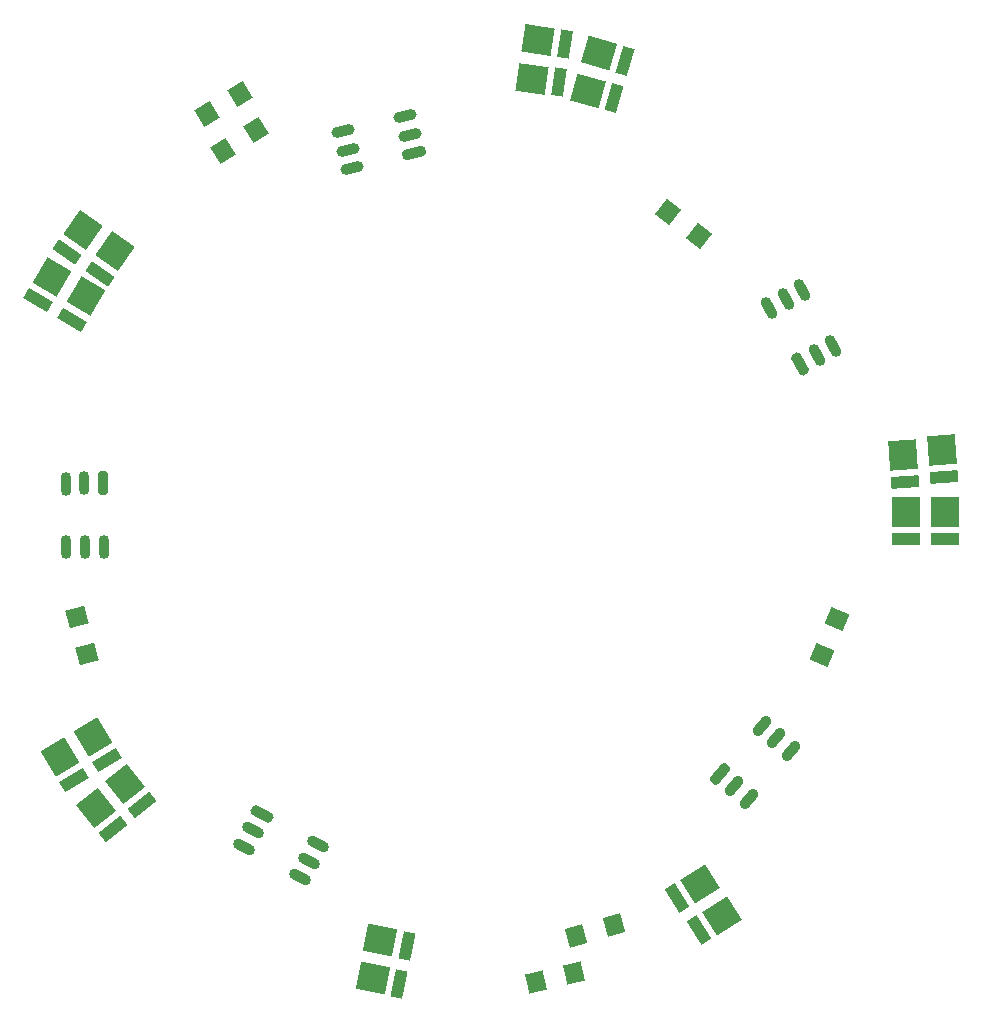
<source format=gtp>
G04*
G04 #@! TF.GenerationSoftware,Altium Limited,Altium Designer,21.0.9 (235)*
G04*
G04 Layer_Color=8421504*
%FSTAX24Y24*%
%MOIN*%
G70*
G04*
G04 #@! TF.SameCoordinates,5F115E56-97AE-4741-9C3E-E3F8848F1E5A*
G04*
G04*
G04 #@! TF.FilePolarity,Positive*
G04*
G01*
G75*
G04:AMPARAMS|DCode=14|XSize=60mil|YSize=65mil|CornerRadius=0mil|HoleSize=0mil|Usage=FLASHONLY|Rotation=195.575|XOffset=0mil|YOffset=0mil|HoleType=Round|Shape=Rectangle|*
%AMROTATEDRECTD14*
4,1,4,0.0202,0.0394,0.0376,-0.0233,-0.0202,-0.0394,-0.0376,0.0233,0.0202,0.0394,0.0*
%
%ADD14ROTATEDRECTD14*%

G04:AMPARAMS|DCode=15|XSize=60mil|YSize=65mil|CornerRadius=0mil|HoleSize=0mil|Usage=FLASHONLY|Rotation=193.000|XOffset=0mil|YOffset=0mil|HoleType=Round|Shape=Rectangle|*
%AMROTATEDRECTD15*
4,1,4,0.0219,0.0384,0.0365,-0.0249,-0.0219,-0.0384,-0.0365,0.0249,0.0219,0.0384,0.0*
%
%ADD15ROTATEDRECTD15*%

G04:AMPARAMS|DCode=16|XSize=78.7mil|YSize=35.4mil|CornerRadius=0mil|HoleSize=0mil|Usage=FLASHONLY|Rotation=331.572|XOffset=0mil|YOffset=0mil|HoleType=Round|Shape=Octagon|*
%AMOCTAGOND16*
4,1,8,0.0304,-0.0265,0.0388,-0.0110,0.0353,0.0011,-0.0184,0.0301,-0.0304,0.0265,-0.0388,0.0110,-0.0353,-0.0011,0.0184,-0.0301,0.0304,-0.0265,0.0*
%
%ADD16OCTAGOND16*%

G04:AMPARAMS|DCode=17|XSize=78.7mil|YSize=35.4mil|CornerRadius=0mil|HoleSize=0mil|Usage=FLASHONLY|Rotation=331.572|XOffset=0mil|YOffset=0mil|HoleType=Round|Shape=Round|*
%AMOVALD17*
21,1,0.0433,0.0354,0.0000,0.0000,331.6*
1,1,0.0354,-0.0190,0.0103*
1,1,0.0354,0.0190,-0.0103*
%
%ADD17OVALD17*%

G04:AMPARAMS|DCode=18|XSize=98.4mil|YSize=92.5mil|CornerRadius=0mil|HoleSize=0mil|Usage=FLASHONLY|Rotation=168.500|XOffset=0mil|YOffset=0mil|HoleType=Round|Shape=Rectangle|*
%AMROTATEDRECTD18*
4,1,4,0.0574,0.0355,0.0390,-0.0551,-0.0574,-0.0355,-0.0390,0.0551,0.0574,0.0355,0.0*
%
%ADD18ROTATEDRECTD18*%

G04:AMPARAMS|DCode=19|XSize=92.5mil|YSize=39.4mil|CornerRadius=0mil|HoleSize=0mil|Usage=FLASHONLY|Rotation=78.500|XOffset=0mil|YOffset=0mil|HoleType=Round|Shape=Rectangle|*
%AMROTATEDRECTD19*
4,1,4,0.0101,-0.0493,-0.0285,-0.0414,-0.0101,0.0493,0.0285,0.0414,0.0101,-0.0493,0.0*
%
%ADD19ROTATEDRECTD19*%

G04:AMPARAMS|DCode=20|XSize=98.4mil|YSize=92.5mil|CornerRadius=0mil|HoleSize=0mil|Usage=FLASHONLY|Rotation=168.500|XOffset=0mil|YOffset=0mil|HoleType=Round|Shape=Rectangle|*
%AMROTATEDRECTD20*
4,1,4,0.0574,0.0355,0.0390,-0.0551,-0.0574,-0.0355,-0.0390,0.0551,0.0574,0.0355,0.0*
%
%ADD20ROTATEDRECTD20*%

G04:AMPARAMS|DCode=21|XSize=92.5mil|YSize=39.4mil|CornerRadius=0mil|HoleSize=0mil|Usage=FLASHONLY|Rotation=78.500|XOffset=0mil|YOffset=0mil|HoleType=Round|Shape=Rectangle|*
%AMROTATEDRECTD21*
4,1,4,0.0101,-0.0493,-0.0285,-0.0414,-0.0101,0.0493,0.0285,0.0414,0.0101,-0.0493,0.0*
%
%ADD21ROTATEDRECTD21*%

G04:AMPARAMS|DCode=22|XSize=98.4mil|YSize=92.5mil|CornerRadius=0mil|HoleSize=0mil|Usage=FLASHONLY|Rotation=55.099|XOffset=0mil|YOffset=0mil|HoleType=Round|Shape=Rectangle|*
%AMROTATEDRECTD22*
4,1,4,0.0098,-0.0668,-0.0661,-0.0139,-0.0098,0.0668,0.0661,0.0139,0.0098,-0.0668,0.0*
%
%ADD22ROTATEDRECTD22*%

G04:AMPARAMS|DCode=23|XSize=92.5mil|YSize=39.4mil|CornerRadius=0mil|HoleSize=0mil|Usage=FLASHONLY|Rotation=325.099|XOffset=0mil|YOffset=0mil|HoleType=Round|Shape=Rectangle|*
%AMROTATEDRECTD23*
4,1,4,-0.0492,0.0103,-0.0267,0.0426,0.0492,-0.0103,0.0267,-0.0426,-0.0492,0.0103,0.0*
%
%ADD23ROTATEDRECTD23*%

G04:AMPARAMS|DCode=24|XSize=98.4mil|YSize=92.5mil|CornerRadius=0mil|HoleSize=0mil|Usage=FLASHONLY|Rotation=55.139|XOffset=0mil|YOffset=0mil|HoleType=Round|Shape=Rectangle|*
%AMROTATEDRECTD24*
4,1,4,0.0098,-0.0668,-0.0661,-0.0139,-0.0098,0.0668,0.0661,0.0139,0.0098,-0.0668,0.0*
%
%ADD24ROTATEDRECTD24*%

G04:AMPARAMS|DCode=25|XSize=92.5mil|YSize=39.4mil|CornerRadius=0mil|HoleSize=0mil|Usage=FLASHONLY|Rotation=325.139|XOffset=0mil|YOffset=0mil|HoleType=Round|Shape=Rectangle|*
%AMROTATEDRECTD25*
4,1,4,-0.0492,0.0103,-0.0267,0.0426,0.0492,-0.0103,0.0267,-0.0426,-0.0492,0.0103,0.0*
%
%ADD25ROTATEDRECTD25*%

G04:AMPARAMS|DCode=26|XSize=98.4mil|YSize=92.5mil|CornerRadius=0mil|HoleSize=0mil|Usage=FLASHONLY|Rotation=171.031|XOffset=0mil|YOffset=0mil|HoleType=Round|Shape=Rectangle|*
%AMROTATEDRECTD26*
4,1,4,0.0558,0.0380,0.0414,-0.0534,-0.0558,-0.0380,-0.0414,0.0534,0.0558,0.0380,0.0*
%
%ADD26ROTATEDRECTD26*%

G04:AMPARAMS|DCode=27|XSize=92.5mil|YSize=39.4mil|CornerRadius=0mil|HoleSize=0mil|Usage=FLASHONLY|Rotation=81.031|XOffset=0mil|YOffset=0mil|HoleType=Round|Shape=Rectangle|*
%AMROTATEDRECTD27*
4,1,4,0.0122,-0.0488,-0.0267,-0.0426,-0.0122,0.0488,0.0267,0.0426,0.0122,-0.0488,0.0*
%
%ADD27ROTATEDRECTD27*%

G04:AMPARAMS|DCode=28|XSize=98.4mil|YSize=92.5mil|CornerRadius=0mil|HoleSize=0mil|Usage=FLASHONLY|Rotation=163.543|XOffset=0mil|YOffset=0mil|HoleType=Round|Shape=Rectangle|*
%AMROTATEDRECTD28*
4,1,4,0.0603,0.0304,0.0341,-0.0583,-0.0603,-0.0304,-0.0341,0.0583,0.0603,0.0304,0.0*
%
%ADD28ROTATEDRECTD28*%

G04:AMPARAMS|DCode=29|XSize=92.5mil|YSize=39.4mil|CornerRadius=0mil|HoleSize=0mil|Usage=FLASHONLY|Rotation=73.543|XOffset=0mil|YOffset=0mil|HoleType=Round|Shape=Rectangle|*
%AMROTATEDRECTD29*
4,1,4,0.0058,-0.0499,-0.0320,-0.0388,-0.0058,0.0499,0.0320,0.0388,0.0058,-0.0499,0.0*
%
%ADD29ROTATEDRECTD29*%

G04:AMPARAMS|DCode=30|XSize=98.4mil|YSize=92.5mil|CornerRadius=0mil|HoleSize=0mil|Usage=FLASHONLY|Rotation=164.469|XOffset=0mil|YOffset=0mil|HoleType=Round|Shape=Rectangle|*
%AMROTATEDRECTD30*
4,1,4,0.0598,0.0314,0.0350,-0.0577,-0.0598,-0.0314,-0.0350,0.0577,0.0598,0.0314,0.0*
%
%ADD30ROTATEDRECTD30*%

G04:AMPARAMS|DCode=31|XSize=92.5mil|YSize=39.4mil|CornerRadius=0mil|HoleSize=0mil|Usage=FLASHONLY|Rotation=74.469|XOffset=0mil|YOffset=0mil|HoleType=Round|Shape=Rectangle|*
%AMROTATEDRECTD31*
4,1,4,0.0066,-0.0498,-0.0314,-0.0393,-0.0066,0.0498,0.0314,0.0393,0.0066,-0.0498,0.0*
%
%ADD31ROTATEDRECTD31*%

G04:AMPARAMS|DCode=32|XSize=98.4mil|YSize=92.5mil|CornerRadius=0mil|HoleSize=0mil|Usage=FLASHONLY|Rotation=171.969|XOffset=0mil|YOffset=0mil|HoleType=Round|Shape=Rectangle|*
%AMROTATEDRECTD32*
4,1,4,0.0552,0.0389,0.0423,-0.0527,-0.0552,-0.0389,-0.0423,0.0527,0.0552,0.0389,0.0*
%
%ADD32ROTATEDRECTD32*%

G04:AMPARAMS|DCode=33|XSize=92.5mil|YSize=39.4mil|CornerRadius=0mil|HoleSize=0mil|Usage=FLASHONLY|Rotation=81.969|XOffset=0mil|YOffset=0mil|HoleType=Round|Shape=Rectangle|*
%AMROTATEDRECTD33*
4,1,4,0.0130,-0.0486,-0.0260,-0.0431,-0.0130,0.0486,0.0260,0.0431,0.0130,-0.0486,0.0*
%
%ADD33ROTATEDRECTD33*%

G04:AMPARAMS|DCode=34|XSize=98.4mil|YSize=92.5mil|CornerRadius=0mil|HoleSize=0mil|Usage=FLASHONLY|Rotation=128.500|XOffset=0mil|YOffset=0mil|HoleType=Round|Shape=Rectangle|*
%AMROTATEDRECTD34*
4,1,4,0.0668,-0.0097,-0.0056,-0.0673,-0.0668,0.0097,0.0056,0.0673,0.0668,-0.0097,0.0*
%
%ADD34ROTATEDRECTD34*%

G04:AMPARAMS|DCode=35|XSize=92.5mil|YSize=39.4mil|CornerRadius=0mil|HoleSize=0mil|Usage=FLASHONLY|Rotation=38.500|XOffset=0mil|YOffset=0mil|HoleType=Round|Shape=Rectangle|*
%AMROTATEDRECTD35*
4,1,4,-0.0239,-0.0442,-0.0485,-0.0134,0.0239,0.0442,0.0485,0.0134,-0.0239,-0.0442,0.0*
%
%ADD35ROTATEDRECTD35*%

G04:AMPARAMS|DCode=36|XSize=78.7mil|YSize=35.4mil|CornerRadius=0mil|HoleSize=0mil|Usage=FLASHONLY|Rotation=270.500|XOffset=0mil|YOffset=0mil|HoleType=Round|Shape=Round|*
%AMOVALD36*
21,1,0.0433,0.0354,0.0000,0.0000,270.5*
1,1,0.0354,-0.0002,0.0217*
1,1,0.0354,0.0002,-0.0217*
%
%ADD36OVALD36*%

G04:AMPARAMS|DCode=37|XSize=78.7mil|YSize=35.4mil|CornerRadius=0mil|HoleSize=0mil|Usage=FLASHONLY|Rotation=270.500|XOffset=0mil|YOffset=0mil|HoleType=Round|Shape=Octagon|*
%AMOCTAGOND37*
4,1,8,-0.0085,-0.0394,0.0092,-0.0393,0.0180,-0.0304,0.0175,0.0307,0.0085,0.0394,-0.0092,0.0393,-0.0180,0.0304,-0.0175,-0.0307,-0.0085,-0.0394,0.0*
%
%ADD37OCTAGOND37*%

G04:AMPARAMS|DCode=38|XSize=78.7mil|YSize=35.4mil|CornerRadius=0mil|HoleSize=0mil|Usage=FLASHONLY|Rotation=49.018|XOffset=0mil|YOffset=0mil|HoleType=Round|Shape=Round|*
%AMOVALD38*
21,1,0.0433,0.0354,0.0000,0.0000,49.0*
1,1,0.0354,-0.0142,-0.0163*
1,1,0.0354,0.0142,0.0163*
%
%ADD38OVALD38*%

G04:AMPARAMS|DCode=39|XSize=78.7mil|YSize=35.4mil|CornerRadius=0mil|HoleSize=0mil|Usage=FLASHONLY|Rotation=49.018|XOffset=0mil|YOffset=0mil|HoleType=Round|Shape=Octagon|*
%AMOCTAGOND39*
4,1,8,0.0325,0.0239,0.0191,0.0355,0.0066,0.0347,-0.0334,-0.0114,-0.0325,-0.0239,-0.0191,-0.0355,-0.0066,-0.0347,0.0334,0.0114,0.0325,0.0239,0.0*
%
%ADD39OCTAGOND39*%

G04:AMPARAMS|DCode=40|XSize=78.7mil|YSize=35.4mil|CornerRadius=0mil|HoleSize=0mil|Usage=FLASHONLY|Rotation=119.000|XOffset=0mil|YOffset=0mil|HoleType=Round|Shape=Round|*
%AMOVALD40*
21,1,0.0433,0.0354,0.0000,0.0000,119.0*
1,1,0.0354,0.0105,-0.0189*
1,1,0.0354,-0.0105,0.0189*
%
%ADD40OVALD40*%

G04:AMPARAMS|DCode=41|XSize=78.7mil|YSize=35.4mil|CornerRadius=0mil|HoleSize=0mil|Usage=FLASHONLY|Rotation=119.000|XOffset=0mil|YOffset=0mil|HoleType=Round|Shape=Octagon|*
%AMOCTAGOND41*
4,1,8,-0.0113,0.0387,-0.0268,0.0301,-0.0303,0.0181,-0.0007,-0.0353,0.0113,-0.0387,0.0268,-0.0301,0.0303,-0.0181,0.0007,0.0353,-0.0113,0.0387,0.0*
%
%ADD41OCTAGOND41*%

G04:AMPARAMS|DCode=42|XSize=78.7mil|YSize=35.4mil|CornerRadius=0mil|HoleSize=0mil|Usage=FLASHONLY|Rotation=193.444|XOffset=0mil|YOffset=0mil|HoleType=Round|Shape=Round|*
%AMOVALD42*
21,1,0.0433,0.0354,0.0000,0.0000,193.4*
1,1,0.0354,0.0211,0.0050*
1,1,0.0354,-0.0211,-0.0050*
%
%ADD42OVALD42*%

G04:AMPARAMS|DCode=43|XSize=78.7mil|YSize=35.4mil|CornerRadius=0mil|HoleSize=0mil|Usage=FLASHONLY|Rotation=193.444|XOffset=0mil|YOffset=0mil|HoleType=Round|Shape=Octagon|*
%AMOCTAGOND43*
4,1,8,-0.0404,-0.0005,-0.0362,-0.0178,-0.0256,-0.0243,0.0338,-0.0101,0.0404,0.0005,0.0362,0.0178,0.0256,0.0243,-0.0338,0.0101,-0.0404,-0.0005,0.0*
%
%ADD43OCTAGOND43*%

G04:AMPARAMS|DCode=44|XSize=60mil|YSize=65mil|CornerRadius=0mil|HoleSize=0mil|Usage=FLASHONLY|Rotation=285.000|XOffset=0mil|YOffset=0mil|HoleType=Round|Shape=Rectangle|*
%AMROTATEDRECTD44*
4,1,4,-0.0392,0.0206,0.0236,0.0374,0.0392,-0.0206,-0.0236,-0.0374,-0.0392,0.0206,0.0*
%
%ADD44ROTATEDRECTD44*%

G04:AMPARAMS|DCode=45|XSize=60mil|YSize=65mil|CornerRadius=0mil|HoleSize=0mil|Usage=FLASHONLY|Rotation=68.000|XOffset=0mil|YOffset=0mil|HoleType=Round|Shape=Rectangle|*
%AMROTATEDRECTD45*
4,1,4,0.0189,-0.0400,-0.0414,-0.0156,-0.0189,0.0400,0.0414,0.0156,0.0189,-0.0400,0.0*
%
%ADD45ROTATEDRECTD45*%

G04:AMPARAMS|DCode=46|XSize=60mil|YSize=65mil|CornerRadius=0mil|HoleSize=0mil|Usage=FLASHONLY|Rotation=141.810|XOffset=0mil|YOffset=0mil|HoleType=Round|Shape=Rectangle|*
%AMROTATEDRECTD46*
4,1,4,0.0437,0.0070,0.0035,-0.0441,-0.0437,-0.0070,-0.0035,0.0441,0.0437,0.0070,0.0*
%
%ADD46ROTATEDRECTD46*%

G04:AMPARAMS|DCode=47|XSize=98.4mil|YSize=92.5mil|CornerRadius=0mil|HoleSize=0mil|Usage=FLASHONLY|Rotation=59.385|XOffset=0mil|YOffset=0mil|HoleType=Round|Shape=Rectangle|*
%AMROTATEDRECTD47*
4,1,4,0.0147,-0.0659,-0.0649,-0.0188,-0.0147,0.0659,0.0649,0.0188,0.0147,-0.0659,0.0*
%
%ADD47ROTATEDRECTD47*%

G04:AMPARAMS|DCode=48|XSize=92.5mil|YSize=39.4mil|CornerRadius=0mil|HoleSize=0mil|Usage=FLASHONLY|Rotation=329.385|XOffset=0mil|YOffset=0mil|HoleType=Round|Shape=Rectangle|*
%AMROTATEDRECTD48*
4,1,4,-0.0498,0.0066,-0.0298,0.0405,0.0498,-0.0066,0.0298,-0.0405,-0.0498,0.0066,0.0*
%
%ADD48ROTATEDRECTD48*%

G04:AMPARAMS|DCode=49|XSize=98.4mil|YSize=92.5mil|CornerRadius=0mil|HoleSize=0mil|Usage=FLASHONLY|Rotation=121.000|XOffset=0mil|YOffset=0mil|HoleType=Round|Shape=Rectangle|*
%AMROTATEDRECTD49*
4,1,4,0.0650,-0.0184,-0.0143,-0.0660,-0.0650,0.0184,0.0143,0.0660,0.0650,-0.0184,0.0*
%
%ADD49ROTATEDRECTD49*%

G04:AMPARAMS|DCode=50|XSize=92.5mil|YSize=39.4mil|CornerRadius=0mil|HoleSize=0mil|Usage=FLASHONLY|Rotation=31.000|XOffset=0mil|YOffset=0mil|HoleType=Round|Shape=Rectangle|*
%AMROTATEDRECTD50*
4,1,4,-0.0295,-0.0407,-0.0498,-0.0070,0.0295,0.0407,0.0498,0.0070,-0.0295,-0.0407,0.0*
%
%ADD50ROTATEDRECTD50*%

G04:AMPARAMS|DCode=51|XSize=60mil|YSize=65mil|CornerRadius=0mil|HoleSize=0mil|Usage=FLASHONLY|Rotation=212.241|XOffset=0mil|YOffset=0mil|HoleType=Round|Shape=Rectangle|*
%AMROTATEDRECTD51*
4,1,4,0.0080,0.0435,0.0427,-0.0115,-0.0080,-0.0435,-0.0427,0.0115,0.0080,0.0435,0.0*
%
%ADD51ROTATEDRECTD51*%

G04:AMPARAMS|DCode=52|XSize=98.4mil|YSize=92.5mil|CornerRadius=0mil|HoleSize=0mil|Usage=FLASHONLY|Rotation=93.854|XOffset=0mil|YOffset=0mil|HoleType=Round|Shape=Rectangle|*
%AMROTATEDRECTD52*
4,1,4,0.0495,-0.0460,-0.0428,-0.0522,-0.0495,0.0460,0.0428,0.0522,0.0495,-0.0460,0.0*
%
%ADD52ROTATEDRECTD52*%

G04:AMPARAMS|DCode=53|XSize=92.5mil|YSize=39.4mil|CornerRadius=0mil|HoleSize=0mil|Usage=FLASHONLY|Rotation=3.854|XOffset=0mil|YOffset=0mil|HoleType=Round|Shape=Rectangle|*
%AMROTATEDRECTD53*
4,1,4,-0.0448,-0.0228,-0.0475,0.0165,0.0448,0.0228,0.0475,-0.0165,-0.0448,-0.0228,0.0*
%
%ADD53ROTATEDRECTD53*%

G04:AMPARAMS|DCode=54|XSize=98.4mil|YSize=92.5mil|CornerRadius=0mil|HoleSize=0mil|Usage=FLASHONLY|Rotation=90.956|XOffset=0mil|YOffset=0mil|HoleType=Round|Shape=Rectangle|*
%AMROTATEDRECTD54*
4,1,4,0.0471,-0.0484,-0.0454,-0.0500,-0.0471,0.0484,0.0454,0.0500,0.0471,-0.0484,0.0*
%
%ADD54ROTATEDRECTD54*%

G04:AMPARAMS|DCode=55|XSize=92.5mil|YSize=39.4mil|CornerRadius=0mil|HoleSize=0mil|Usage=FLASHONLY|Rotation=0.956|XOffset=0mil|YOffset=0mil|HoleType=Round|Shape=Rectangle|*
%AMROTATEDRECTD55*
4,1,4,-0.0459,-0.0205,-0.0466,0.0189,0.0459,0.0205,0.0466,-0.0189,-0.0459,-0.0205,0.0*
%
%ADD55ROTATEDRECTD55*%

G04:AMPARAMS|DCode=56|XSize=98.4mil|YSize=92.5mil|CornerRadius=0mil|HoleSize=0mil|Usage=FLASHONLY|Rotation=32.085|XOffset=0mil|YOffset=0mil|HoleType=Round|Shape=Rectangle|*
%AMROTATEDRECTD56*
4,1,4,-0.0171,-0.0653,-0.0663,0.0131,0.0171,0.0653,0.0663,-0.0131,-0.0171,-0.0653,0.0*
%
%ADD56ROTATEDRECTD56*%

G04:AMPARAMS|DCode=57|XSize=92.5mil|YSize=39.4mil|CornerRadius=0mil|HoleSize=0mil|Usage=FLASHONLY|Rotation=302.085|XOffset=0mil|YOffset=0mil|HoleType=Round|Shape=Rectangle|*
%AMROTATEDRECTD57*
4,1,4,-0.0413,0.0287,-0.0079,0.0497,0.0413,-0.0287,0.0079,-0.0497,-0.0413,0.0287,0.0*
%
%ADD57ROTATEDRECTD57*%

G04:AMPARAMS|DCode=58|XSize=98.4mil|YSize=92.5mil|CornerRadius=0mil|HoleSize=0mil|Usage=FLASHONLY|Rotation=59.482|XOffset=0mil|YOffset=0mil|HoleType=Round|Shape=Rectangle|*
%AMROTATEDRECTD58*
4,1,4,0.0149,-0.0659,-0.0648,-0.0189,-0.0149,0.0659,0.0648,0.0189,0.0149,-0.0659,0.0*
%
%ADD58ROTATEDRECTD58*%

G04:AMPARAMS|DCode=59|XSize=92.5mil|YSize=39.4mil|CornerRadius=0mil|HoleSize=0mil|Usage=FLASHONLY|Rotation=329.482|XOffset=0mil|YOffset=0mil|HoleType=Round|Shape=Rectangle|*
%AMROTATEDRECTD59*
4,1,4,-0.0498,0.0065,-0.0299,0.0404,0.0498,-0.0065,0.0299,-0.0404,-0.0498,0.0065,0.0*
%
%ADD59ROTATEDRECTD59*%

G04:AMPARAMS|DCode=60|XSize=60mil|YSize=65mil|CornerRadius=0mil|HoleSize=0mil|Usage=FLASHONLY|Rotation=211.557|XOffset=0mil|YOffset=0mil|HoleType=Round|Shape=Rectangle|*
%AMROTATEDRECTD60*
4,1,4,0.0086,0.0434,0.0426,-0.0120,-0.0086,-0.0434,-0.0426,0.0120,0.0086,0.0434,0.0*
%
%ADD60ROTATEDRECTD60*%

G04:AMPARAMS|DCode=61|XSize=98.4mil|YSize=92.5mil|CornerRadius=0mil|HoleSize=0mil|Usage=FLASHONLY|Rotation=94.184|XOffset=0mil|YOffset=0mil|HoleType=Round|Shape=Rectangle|*
%AMROTATEDRECTD61*
4,1,4,0.0497,-0.0457,-0.0425,-0.0525,-0.0497,0.0457,0.0425,0.0525,0.0497,-0.0457,0.0*
%
%ADD61ROTATEDRECTD61*%

G04:AMPARAMS|DCode=62|XSize=92.5mil|YSize=39.4mil|CornerRadius=0mil|HoleSize=0mil|Usage=FLASHONLY|Rotation=4.184|XOffset=0mil|YOffset=0mil|HoleType=Round|Shape=Rectangle|*
%AMROTATEDRECTD62*
4,1,4,-0.0447,-0.0230,-0.0476,0.0163,0.0447,0.0230,0.0476,-0.0163,-0.0447,-0.0230,0.0*
%
%ADD62ROTATEDRECTD62*%

G04:AMPARAMS|DCode=63|XSize=98.4mil|YSize=92.5mil|CornerRadius=0mil|HoleSize=0mil|Usage=FLASHONLY|Rotation=90.822|XOffset=0mil|YOffset=0mil|HoleType=Round|Shape=Rectangle|*
%AMROTATEDRECTD63*
4,1,4,0.0470,-0.0485,-0.0455,-0.0499,-0.0470,0.0485,0.0455,0.0499,0.0470,-0.0485,0.0*
%
%ADD63ROTATEDRECTD63*%

G04:AMPARAMS|DCode=64|XSize=92.5mil|YSize=39.4mil|CornerRadius=0mil|HoleSize=0mil|Usage=FLASHONLY|Rotation=0.822|XOffset=0mil|YOffset=0mil|HoleType=Round|Shape=Rectangle|*
%AMROTATEDRECTD64*
4,1,4,-0.0460,-0.0203,-0.0465,0.0190,0.0460,0.0203,0.0465,-0.0190,-0.0460,-0.0203,0.0*
%
%ADD64ROTATEDRECTD64*%

G04:AMPARAMS|DCode=65|XSize=98.4mil|YSize=92.5mil|CornerRadius=0mil|HoleSize=0mil|Usage=FLASHONLY|Rotation=32.436|XOffset=0mil|YOffset=0mil|HoleType=Round|Shape=Rectangle|*
%AMROTATEDRECTD65*
4,1,4,-0.0167,-0.0654,-0.0663,0.0126,0.0167,0.0654,0.0663,-0.0126,-0.0167,-0.0654,0.0*
%
%ADD65ROTATEDRECTD65*%

G04:AMPARAMS|DCode=66|XSize=92.5mil|YSize=39.4mil|CornerRadius=0mil|HoleSize=0mil|Usage=FLASHONLY|Rotation=302.436|XOffset=0mil|YOffset=0mil|HoleType=Round|Shape=Rectangle|*
%AMROTATEDRECTD66*
4,1,4,-0.0414,0.0285,-0.0082,0.0496,0.0414,-0.0285,0.0082,-0.0496,-0.0414,0.0285,0.0*
%
%ADD66ROTATEDRECTD66*%

D14*
X043776Y016231D02*
D03*
X042523Y015882D02*
D03*
D15*
X042451Y014617D02*
D03*
X041185Y014325D02*
D03*
D16*
X032045Y019946D02*
D03*
D17*
X031745Y019392D02*
D03*
X031445Y018838D02*
D03*
X033914Y018934D02*
D03*
X033615Y01838D02*
D03*
X033315Y017826D02*
D03*
D18*
X035737Y014452D02*
D03*
D19*
X036624Y014272D02*
D03*
D20*
X035996Y015726D02*
D03*
D21*
X036883Y015545D02*
D03*
D22*
X027159Y038688D02*
D03*
D23*
X026641Y037946D02*
D03*
D24*
X026078Y039406D02*
D03*
D25*
X025561Y038663D02*
D03*
D26*
X041251Y045731D02*
D03*
D27*
X042145Y04559D02*
D03*
D28*
X043284Y045289D02*
D03*
D29*
X044153Y045033D02*
D03*
D30*
X042926Y04404D02*
D03*
D31*
X043798Y043798D02*
D03*
D32*
X041059Y044446D02*
D03*
D33*
X041956Y044319D02*
D03*
D34*
X026514Y020148D02*
D03*
X0275Y020932D02*
D03*
D35*
X027078Y019439D02*
D03*
X028063Y020223D02*
D03*
D36*
X025524Y02882D02*
D03*
X026154Y028826D02*
D03*
X026784Y028831D02*
D03*
X025505Y030946D02*
D03*
X026135Y030952D02*
D03*
D37*
X026765Y030957D02*
D03*
D38*
X04967Y022047D02*
D03*
X049194Y02246D02*
D03*
X048719Y022873D02*
D03*
X048276Y020442D02*
D03*
X0478Y020855D02*
D03*
D39*
X047325Y021268D02*
D03*
D40*
X050058Y0374D02*
D03*
X049507Y037095D02*
D03*
X048956Y036789D02*
D03*
X051088Y035541D02*
D03*
X050537Y035235D02*
D03*
D41*
X049987Y03493D02*
D03*
D42*
X03476Y042692D02*
D03*
X034907Y04208D02*
D03*
X035053Y041467D02*
D03*
X036828Y043187D02*
D03*
X036974Y042574D02*
D03*
D43*
X037121Y041961D02*
D03*
D44*
X026231Y025259D02*
D03*
X025894Y026515D02*
D03*
D45*
X051214Y026427D02*
D03*
X050727Y025222D02*
D03*
D46*
X045597Y040002D02*
D03*
X046619Y039199D02*
D03*
D47*
X026187Y037192D02*
D03*
D48*
X025726Y036413D02*
D03*
D49*
X026414Y022497D02*
D03*
X025334Y021849D02*
D03*
D50*
X02688Y021721D02*
D03*
X0258Y021072D02*
D03*
D51*
X030738Y042047D02*
D03*
X031838Y042741D02*
D03*
D52*
X05342Y031912D02*
D03*
D53*
X053481Y031008D02*
D03*
D54*
X053506Y03D02*
D03*
D55*
X053521Y029095D02*
D03*
D56*
X04664Y017613D02*
D03*
D57*
X045873Y017132D02*
D03*
D58*
X025057Y037832D02*
D03*
D59*
X024597Y037052D02*
D03*
D60*
X030222Y043263D02*
D03*
X031329Y043943D02*
D03*
D61*
X054708Y032081D02*
D03*
D62*
X054775Y031178D02*
D03*
D63*
X054806Y03D02*
D03*
D64*
X054819Y029095D02*
D03*
D65*
X047394Y01654D02*
D03*
D66*
X04663Y016054D02*
D03*
M02*

</source>
